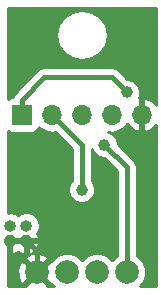
<source format=gbr>
G04 #@! TF.FileFunction,Copper,L2,Bot,Signal*
%FSLAX46Y46*%
G04 Gerber Fmt 4.6, Leading zero omitted, Abs format (unit mm)*
G04 Created by KiCad (PCBNEW 4.0.6) date 11/10/17 20:31:32*
%MOMM*%
%LPD*%
G01*
G04 APERTURE LIST*
%ADD10C,0.100000*%
%ADD11R,1.700000X1.700000*%
%ADD12O,1.700000X1.700000*%
%ADD13O,1.000000X1.100000*%
%ADD14O,1.000000X1.000000*%
%ADD15C,2.000000*%
%ADD16C,1.000000*%
%ADD17C,0.400000*%
%ADD18C,0.254000*%
G04 APERTURE END LIST*
D10*
D11*
X126905000Y-106760000D03*
D12*
X129445000Y-106760000D03*
X131985000Y-106760000D03*
X134525000Y-106760000D03*
X137065000Y-106760000D03*
D13*
X127286000Y-117428000D03*
D14*
X127286000Y-116158000D03*
D13*
X125889000Y-117428000D03*
D14*
X125889000Y-116158000D03*
D15*
X135795000Y-120095000D03*
X133255000Y-120095000D03*
X130715000Y-120095000D03*
X128175000Y-120095000D03*
D16*
X134525000Y-116920000D03*
X131985000Y-113110000D03*
X133890000Y-109300000D03*
X135795000Y-104855000D03*
D17*
X128175000Y-120095000D02*
X128175000Y-118190000D01*
X129445000Y-116920000D02*
X134525000Y-116920000D01*
X128175000Y-118190000D02*
X129445000Y-116920000D01*
X128175000Y-120095000D02*
X128175000Y-118317000D01*
X128175000Y-118317000D02*
X127286000Y-117428000D01*
X125889000Y-117428000D02*
X127286000Y-117428000D01*
X131985000Y-113110000D02*
X131985000Y-109300000D01*
X131985000Y-109300000D02*
X129445000Y-106760000D01*
X135795000Y-111205000D02*
X135795000Y-120095000D01*
X133890000Y-109300000D02*
X135795000Y-111205000D01*
X126905000Y-106760000D02*
X126905000Y-105490000D01*
X135795000Y-104855000D02*
X134525000Y-103585000D01*
X134525000Y-103585000D02*
X128810000Y-103585000D01*
X126905000Y-105490000D02*
X128810000Y-103585000D01*
D18*
G36*
X138290000Y-105942133D02*
X138260183Y-105878642D01*
X137831924Y-105488355D01*
X137421890Y-105318524D01*
X137192000Y-105439845D01*
X137192000Y-106633000D01*
X137212000Y-106633000D01*
X137212000Y-106887000D01*
X137192000Y-106887000D01*
X137192000Y-108080155D01*
X137421890Y-108201476D01*
X137831924Y-108031645D01*
X138260183Y-107641358D01*
X138290000Y-107577867D01*
X138290000Y-121290000D01*
X136912173Y-121290000D01*
X137180278Y-121022363D01*
X137429716Y-120421648D01*
X137430284Y-119771205D01*
X137181894Y-119170057D01*
X136722363Y-118709722D01*
X136630000Y-118671370D01*
X136630000Y-111205000D01*
X136566439Y-110885459D01*
X136385434Y-110614566D01*
X135025041Y-109254173D01*
X135025197Y-109075225D01*
X134852767Y-108657914D01*
X134533765Y-108338355D01*
X134244763Y-108218350D01*
X134525000Y-108274093D01*
X135093285Y-108161054D01*
X135575054Y-107839147D01*
X135802702Y-107498447D01*
X135869817Y-107641358D01*
X136298076Y-108031645D01*
X136708110Y-108201476D01*
X136938000Y-108080155D01*
X136938000Y-106887000D01*
X136918000Y-106887000D01*
X136918000Y-106633000D01*
X136938000Y-106633000D01*
X136938000Y-105439845D01*
X136809311Y-105371931D01*
X136929803Y-105081756D01*
X136930197Y-104630225D01*
X136757767Y-104212914D01*
X136438765Y-103893355D01*
X136021756Y-103720197D01*
X135840907Y-103720039D01*
X135115434Y-102994566D01*
X134844541Y-102813561D01*
X134525000Y-102750000D01*
X128810000Y-102750000D01*
X128490459Y-102813561D01*
X128219566Y-102994566D01*
X126314566Y-104899566D01*
X126133561Y-105170459D01*
X126115241Y-105262560D01*
X126055000Y-105262560D01*
X125819683Y-105306838D01*
X125710000Y-105377417D01*
X125710000Y-100000000D01*
X129823173Y-100000000D01*
X129985690Y-100817029D01*
X130448500Y-101509673D01*
X131141144Y-101972483D01*
X131958173Y-102135000D01*
X132041827Y-102135000D01*
X132858856Y-101972483D01*
X133551500Y-101509673D01*
X134014310Y-100817029D01*
X134176827Y-100000000D01*
X134014310Y-99182971D01*
X133551500Y-98490327D01*
X132858856Y-98027517D01*
X132041827Y-97865000D01*
X131958173Y-97865000D01*
X131141144Y-98027517D01*
X130448500Y-98490327D01*
X129985690Y-99182971D01*
X129823173Y-100000000D01*
X125710000Y-100000000D01*
X125710000Y-97710000D01*
X138290000Y-97710000D01*
X138290000Y-105942133D01*
X138290000Y-105942133D01*
G37*
X138290000Y-105942133D02*
X138260183Y-105878642D01*
X137831924Y-105488355D01*
X137421890Y-105318524D01*
X137192000Y-105439845D01*
X137192000Y-106633000D01*
X137212000Y-106633000D01*
X137212000Y-106887000D01*
X137192000Y-106887000D01*
X137192000Y-108080155D01*
X137421890Y-108201476D01*
X137831924Y-108031645D01*
X138260183Y-107641358D01*
X138290000Y-107577867D01*
X138290000Y-121290000D01*
X136912173Y-121290000D01*
X137180278Y-121022363D01*
X137429716Y-120421648D01*
X137430284Y-119771205D01*
X137181894Y-119170057D01*
X136722363Y-118709722D01*
X136630000Y-118671370D01*
X136630000Y-111205000D01*
X136566439Y-110885459D01*
X136385434Y-110614566D01*
X135025041Y-109254173D01*
X135025197Y-109075225D01*
X134852767Y-108657914D01*
X134533765Y-108338355D01*
X134244763Y-108218350D01*
X134525000Y-108274093D01*
X135093285Y-108161054D01*
X135575054Y-107839147D01*
X135802702Y-107498447D01*
X135869817Y-107641358D01*
X136298076Y-108031645D01*
X136708110Y-108201476D01*
X136938000Y-108080155D01*
X136938000Y-106887000D01*
X136918000Y-106887000D01*
X136918000Y-106633000D01*
X136938000Y-106633000D01*
X136938000Y-105439845D01*
X136809311Y-105371931D01*
X136929803Y-105081756D01*
X136930197Y-104630225D01*
X136757767Y-104212914D01*
X136438765Y-103893355D01*
X136021756Y-103720197D01*
X135840907Y-103720039D01*
X135115434Y-102994566D01*
X134844541Y-102813561D01*
X134525000Y-102750000D01*
X128810000Y-102750000D01*
X128490459Y-102813561D01*
X128219566Y-102994566D01*
X126314566Y-104899566D01*
X126133561Y-105170459D01*
X126115241Y-105262560D01*
X126055000Y-105262560D01*
X125819683Y-105306838D01*
X125710000Y-105377417D01*
X125710000Y-100000000D01*
X129823173Y-100000000D01*
X129985690Y-100817029D01*
X130448500Y-101509673D01*
X131141144Y-101972483D01*
X131958173Y-102135000D01*
X132041827Y-102135000D01*
X132858856Y-101972483D01*
X133551500Y-101509673D01*
X134014310Y-100817029D01*
X134176827Y-100000000D01*
X134014310Y-99182971D01*
X133551500Y-98490327D01*
X132858856Y-98027517D01*
X132041827Y-97865000D01*
X131958173Y-97865000D01*
X131141144Y-98027517D01*
X130448500Y-98490327D01*
X129985690Y-99182971D01*
X129823173Y-100000000D01*
X125710000Y-100000000D01*
X125710000Y-97710000D01*
X138290000Y-97710000D01*
X138290000Y-105942133D01*
G36*
X128394946Y-107839147D02*
X128876715Y-108161054D01*
X129445000Y-108274093D01*
X129722939Y-108218807D01*
X131150000Y-109645868D01*
X131150000Y-112339811D01*
X131023355Y-112466235D01*
X130850197Y-112883244D01*
X130849803Y-113334775D01*
X131022233Y-113752086D01*
X131341235Y-114071645D01*
X131758244Y-114244803D01*
X132209775Y-114245197D01*
X132627086Y-114072767D01*
X132946645Y-113753765D01*
X133119803Y-113336756D01*
X133120197Y-112885225D01*
X132947767Y-112467914D01*
X132820000Y-112339924D01*
X132820000Y-109682563D01*
X132927233Y-109942086D01*
X133246235Y-110261645D01*
X133663244Y-110434803D01*
X133844093Y-110434961D01*
X134960000Y-111550868D01*
X134960000Y-118670942D01*
X134870057Y-118708106D01*
X134524801Y-119052759D01*
X134182363Y-118709722D01*
X133581648Y-118460284D01*
X132931205Y-118459716D01*
X132330057Y-118708106D01*
X131984801Y-119052759D01*
X131642363Y-118709722D01*
X131041648Y-118460284D01*
X130391205Y-118459716D01*
X129790057Y-118708106D01*
X129362438Y-119134978D01*
X129327532Y-119122073D01*
X128354605Y-120095000D01*
X129327532Y-121067927D01*
X129362938Y-121054836D01*
X129597691Y-121290000D01*
X129132226Y-121290000D01*
X129147927Y-121247532D01*
X128175000Y-120274605D01*
X127202073Y-121247532D01*
X127217774Y-121290000D01*
X125710000Y-121290000D01*
X125710000Y-119830461D01*
X126529092Y-119830461D01*
X126553144Y-120480460D01*
X126755613Y-120969264D01*
X127022468Y-121067927D01*
X127995395Y-120095000D01*
X127022468Y-119122073D01*
X126755613Y-119220736D01*
X126529092Y-119830461D01*
X125710000Y-119830461D01*
X125710000Y-118942468D01*
X127202073Y-118942468D01*
X128175000Y-119915395D01*
X129147927Y-118942468D01*
X129049264Y-118675613D01*
X128439539Y-118449092D01*
X127811411Y-118472335D01*
X127888310Y-118438008D01*
X128209841Y-118134438D01*
X128390726Y-117730931D01*
X128257942Y-117555000D01*
X127413000Y-117555000D01*
X127413000Y-118445954D01*
X127574277Y-118562309D01*
X127300736Y-118675613D01*
X127202073Y-118942468D01*
X125710000Y-118942468D01*
X125710000Y-118483470D01*
X125762000Y-118445954D01*
X125762000Y-117555000D01*
X126016000Y-117555000D01*
X126016000Y-118445954D01*
X126190874Y-118572119D01*
X126491310Y-118438008D01*
X126587500Y-118347191D01*
X126683690Y-118438008D01*
X126984126Y-118572119D01*
X127159000Y-118445954D01*
X127159000Y-117555000D01*
X126016000Y-117555000D01*
X125762000Y-117555000D01*
X125742000Y-117555000D01*
X125742000Y-117301000D01*
X125762000Y-117301000D01*
X125762000Y-117281000D01*
X125806436Y-117281000D01*
X125866764Y-117293000D01*
X125911236Y-117293000D01*
X125971564Y-117281000D01*
X126016000Y-117281000D01*
X126016000Y-117301000D01*
X127159000Y-117301000D01*
X127159000Y-117281000D01*
X127203436Y-117281000D01*
X127263764Y-117293000D01*
X127308236Y-117293000D01*
X127368564Y-117281000D01*
X127413000Y-117281000D01*
X127413000Y-117301000D01*
X128257942Y-117301000D01*
X128390726Y-117125069D01*
X128234197Y-116775893D01*
X128356839Y-116592346D01*
X128443236Y-116158000D01*
X128356839Y-115723654D01*
X128110802Y-115355434D01*
X127742582Y-115109397D01*
X127308236Y-115023000D01*
X127263764Y-115023000D01*
X126829418Y-115109397D01*
X126587500Y-115271042D01*
X126345582Y-115109397D01*
X125911236Y-115023000D01*
X125866764Y-115023000D01*
X125710000Y-115054182D01*
X125710000Y-108142812D01*
X125803110Y-108206431D01*
X126055000Y-108257440D01*
X127755000Y-108257440D01*
X127990317Y-108213162D01*
X128206441Y-108074090D01*
X128351431Y-107861890D01*
X128365086Y-107794459D01*
X128394946Y-107839147D01*
X128394946Y-107839147D01*
G37*
X128394946Y-107839147D02*
X128876715Y-108161054D01*
X129445000Y-108274093D01*
X129722939Y-108218807D01*
X131150000Y-109645868D01*
X131150000Y-112339811D01*
X131023355Y-112466235D01*
X130850197Y-112883244D01*
X130849803Y-113334775D01*
X131022233Y-113752086D01*
X131341235Y-114071645D01*
X131758244Y-114244803D01*
X132209775Y-114245197D01*
X132627086Y-114072767D01*
X132946645Y-113753765D01*
X133119803Y-113336756D01*
X133120197Y-112885225D01*
X132947767Y-112467914D01*
X132820000Y-112339924D01*
X132820000Y-109682563D01*
X132927233Y-109942086D01*
X133246235Y-110261645D01*
X133663244Y-110434803D01*
X133844093Y-110434961D01*
X134960000Y-111550868D01*
X134960000Y-118670942D01*
X134870057Y-118708106D01*
X134524801Y-119052759D01*
X134182363Y-118709722D01*
X133581648Y-118460284D01*
X132931205Y-118459716D01*
X132330057Y-118708106D01*
X131984801Y-119052759D01*
X131642363Y-118709722D01*
X131041648Y-118460284D01*
X130391205Y-118459716D01*
X129790057Y-118708106D01*
X129362438Y-119134978D01*
X129327532Y-119122073D01*
X128354605Y-120095000D01*
X129327532Y-121067927D01*
X129362938Y-121054836D01*
X129597691Y-121290000D01*
X129132226Y-121290000D01*
X129147927Y-121247532D01*
X128175000Y-120274605D01*
X127202073Y-121247532D01*
X127217774Y-121290000D01*
X125710000Y-121290000D01*
X125710000Y-119830461D01*
X126529092Y-119830461D01*
X126553144Y-120480460D01*
X126755613Y-120969264D01*
X127022468Y-121067927D01*
X127995395Y-120095000D01*
X127022468Y-119122073D01*
X126755613Y-119220736D01*
X126529092Y-119830461D01*
X125710000Y-119830461D01*
X125710000Y-118942468D01*
X127202073Y-118942468D01*
X128175000Y-119915395D01*
X129147927Y-118942468D01*
X129049264Y-118675613D01*
X128439539Y-118449092D01*
X127811411Y-118472335D01*
X127888310Y-118438008D01*
X128209841Y-118134438D01*
X128390726Y-117730931D01*
X128257942Y-117555000D01*
X127413000Y-117555000D01*
X127413000Y-118445954D01*
X127574277Y-118562309D01*
X127300736Y-118675613D01*
X127202073Y-118942468D01*
X125710000Y-118942468D01*
X125710000Y-118483470D01*
X125762000Y-118445954D01*
X125762000Y-117555000D01*
X126016000Y-117555000D01*
X126016000Y-118445954D01*
X126190874Y-118572119D01*
X126491310Y-118438008D01*
X126587500Y-118347191D01*
X126683690Y-118438008D01*
X126984126Y-118572119D01*
X127159000Y-118445954D01*
X127159000Y-117555000D01*
X126016000Y-117555000D01*
X125762000Y-117555000D01*
X125742000Y-117555000D01*
X125742000Y-117301000D01*
X125762000Y-117301000D01*
X125762000Y-117281000D01*
X125806436Y-117281000D01*
X125866764Y-117293000D01*
X125911236Y-117293000D01*
X125971564Y-117281000D01*
X126016000Y-117281000D01*
X126016000Y-117301000D01*
X127159000Y-117301000D01*
X127159000Y-117281000D01*
X127203436Y-117281000D01*
X127263764Y-117293000D01*
X127308236Y-117293000D01*
X127368564Y-117281000D01*
X127413000Y-117281000D01*
X127413000Y-117301000D01*
X128257942Y-117301000D01*
X128390726Y-117125069D01*
X128234197Y-116775893D01*
X128356839Y-116592346D01*
X128443236Y-116158000D01*
X128356839Y-115723654D01*
X128110802Y-115355434D01*
X127742582Y-115109397D01*
X127308236Y-115023000D01*
X127263764Y-115023000D01*
X126829418Y-115109397D01*
X126587500Y-115271042D01*
X126345582Y-115109397D01*
X125911236Y-115023000D01*
X125866764Y-115023000D01*
X125710000Y-115054182D01*
X125710000Y-108142812D01*
X125803110Y-108206431D01*
X126055000Y-108257440D01*
X127755000Y-108257440D01*
X127990317Y-108213162D01*
X128206441Y-108074090D01*
X128351431Y-107861890D01*
X128365086Y-107794459D01*
X128394946Y-107839147D01*
M02*

</source>
